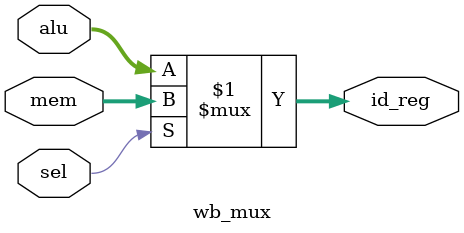
<source format=v>
`timescale 1ns / 1ps

module wb_mux(
		input [31:0] alu,
		input [31:0] mem,
		input sel,
		output [31:0] id_reg
		);
		
	assign id_reg = sel ? mem : alu;
	
endmodule
</source>
